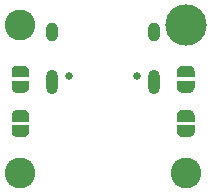
<source format=gbs>
G04 #@! TF.GenerationSoftware,KiCad,Pcbnew,(5.1.10-1-10_14)*
G04 #@! TF.CreationDate,2021-11-29T20:50:22+01:00*
G04 #@! TF.ProjectId,Unified-Daughterboard,556e6966-6965-4642-9d44-617567687465,C3*
G04 #@! TF.SameCoordinates,Original*
G04 #@! TF.FileFunction,Soldermask,Bot*
G04 #@! TF.FilePolarity,Negative*
%FSLAX46Y46*%
G04 Gerber Fmt 4.6, Leading zero omitted, Abs format (unit mm)*
G04 Created by KiCad (PCBNEW (5.1.10-1-10_14)) date 2021-11-29 20:50:22*
%MOMM*%
%LPD*%
G01*
G04 APERTURE LIST*
%ADD10C,2.600000*%
%ADD11C,3.500000*%
%ADD12O,1.000000X1.600000*%
%ADD13C,0.650000*%
%ADD14O,1.000000X2.100000*%
%ADD15C,0.100000*%
G04 APERTURE END LIST*
D10*
X82004500Y-71043000D03*
X68004500Y-71043000D03*
D11*
X82004500Y-58543000D03*
D10*
X68004500Y-58543000D03*
D12*
X70677500Y-59143000D03*
D13*
X72107500Y-62793000D03*
D12*
X79317500Y-59143000D03*
D13*
X77887500Y-62793000D03*
D14*
X79317500Y-63323000D03*
X70677500Y-63323000D03*
D15*
G36*
X81252500Y-62943000D02*
G01*
X81252500Y-62443000D01*
X81253102Y-62443000D01*
X81253102Y-62418466D01*
X81257912Y-62369635D01*
X81267484Y-62321510D01*
X81281728Y-62274555D01*
X81300505Y-62229222D01*
X81323636Y-62185949D01*
X81350896Y-62145150D01*
X81382024Y-62107221D01*
X81416721Y-62072524D01*
X81454650Y-62041396D01*
X81495449Y-62014136D01*
X81538722Y-61991005D01*
X81584055Y-61972228D01*
X81631010Y-61957984D01*
X81679135Y-61948412D01*
X81727966Y-61943602D01*
X81752500Y-61943602D01*
X81752500Y-61943000D01*
X82252500Y-61943000D01*
X82252500Y-61943602D01*
X82277034Y-61943602D01*
X82325865Y-61948412D01*
X82373990Y-61957984D01*
X82420945Y-61972228D01*
X82466278Y-61991005D01*
X82509551Y-62014136D01*
X82550350Y-62041396D01*
X82588279Y-62072524D01*
X82622976Y-62107221D01*
X82654104Y-62145150D01*
X82681364Y-62185949D01*
X82704495Y-62229222D01*
X82723272Y-62274555D01*
X82737516Y-62321510D01*
X82747088Y-62369635D01*
X82751898Y-62418466D01*
X82751898Y-62443000D01*
X82752500Y-62443000D01*
X82752500Y-62943000D01*
X81252500Y-62943000D01*
G37*
G36*
X82751898Y-63743000D02*
G01*
X82751898Y-63767534D01*
X82747088Y-63816365D01*
X82737516Y-63864490D01*
X82723272Y-63911445D01*
X82704495Y-63956778D01*
X82681364Y-64000051D01*
X82654104Y-64040850D01*
X82622976Y-64078779D01*
X82588279Y-64113476D01*
X82550350Y-64144604D01*
X82509551Y-64171864D01*
X82466278Y-64194995D01*
X82420945Y-64213772D01*
X82373990Y-64228016D01*
X82325865Y-64237588D01*
X82277034Y-64242398D01*
X82252500Y-64242398D01*
X82252500Y-64243000D01*
X81752500Y-64243000D01*
X81752500Y-64242398D01*
X81727966Y-64242398D01*
X81679135Y-64237588D01*
X81631010Y-64228016D01*
X81584055Y-64213772D01*
X81538722Y-64194995D01*
X81495449Y-64171864D01*
X81454650Y-64144604D01*
X81416721Y-64113476D01*
X81382024Y-64078779D01*
X81350896Y-64040850D01*
X81323636Y-64000051D01*
X81300505Y-63956778D01*
X81281728Y-63911445D01*
X81267484Y-63864490D01*
X81257912Y-63816365D01*
X81253102Y-63767534D01*
X81253102Y-63743000D01*
X81252500Y-63743000D01*
X81252500Y-63243000D01*
X82752500Y-63243000D01*
X82752500Y-63743000D01*
X82751898Y-63743000D01*
G37*
G36*
X67253102Y-66193000D02*
G01*
X67253102Y-66168466D01*
X67257912Y-66119635D01*
X67267484Y-66071510D01*
X67281728Y-66024555D01*
X67300505Y-65979222D01*
X67323636Y-65935949D01*
X67350896Y-65895150D01*
X67382024Y-65857221D01*
X67416721Y-65822524D01*
X67454650Y-65791396D01*
X67495449Y-65764136D01*
X67538722Y-65741005D01*
X67584055Y-65722228D01*
X67631010Y-65707984D01*
X67679135Y-65698412D01*
X67727966Y-65693602D01*
X67752500Y-65693602D01*
X67752500Y-65693000D01*
X68252500Y-65693000D01*
X68252500Y-65693602D01*
X68277034Y-65693602D01*
X68325865Y-65698412D01*
X68373990Y-65707984D01*
X68420945Y-65722228D01*
X68466278Y-65741005D01*
X68509551Y-65764136D01*
X68550350Y-65791396D01*
X68588279Y-65822524D01*
X68622976Y-65857221D01*
X68654104Y-65895150D01*
X68681364Y-65935949D01*
X68704495Y-65979222D01*
X68723272Y-66024555D01*
X68737516Y-66071510D01*
X68747088Y-66119635D01*
X68751898Y-66168466D01*
X68751898Y-66193000D01*
X68752500Y-66193000D01*
X68752500Y-66693000D01*
X67252500Y-66693000D01*
X67252500Y-66193000D01*
X67253102Y-66193000D01*
G37*
G36*
X68752500Y-66993000D02*
G01*
X68752500Y-67493000D01*
X68751898Y-67493000D01*
X68751898Y-67517534D01*
X68747088Y-67566365D01*
X68737516Y-67614490D01*
X68723272Y-67661445D01*
X68704495Y-67706778D01*
X68681364Y-67750051D01*
X68654104Y-67790850D01*
X68622976Y-67828779D01*
X68588279Y-67863476D01*
X68550350Y-67894604D01*
X68509551Y-67921864D01*
X68466278Y-67944995D01*
X68420945Y-67963772D01*
X68373990Y-67978016D01*
X68325865Y-67987588D01*
X68277034Y-67992398D01*
X68252500Y-67992398D01*
X68252500Y-67993000D01*
X67752500Y-67993000D01*
X67752500Y-67992398D01*
X67727966Y-67992398D01*
X67679135Y-67987588D01*
X67631010Y-67978016D01*
X67584055Y-67963772D01*
X67538722Y-67944995D01*
X67495449Y-67921864D01*
X67454650Y-67894604D01*
X67416721Y-67863476D01*
X67382024Y-67828779D01*
X67350896Y-67790850D01*
X67323636Y-67750051D01*
X67300505Y-67706778D01*
X67281728Y-67661445D01*
X67267484Y-67614490D01*
X67257912Y-67566365D01*
X67253102Y-67517534D01*
X67253102Y-67493000D01*
X67252500Y-67493000D01*
X67252500Y-66993000D01*
X68752500Y-66993000D01*
G37*
G36*
X68752500Y-63243000D02*
G01*
X68752500Y-63743000D01*
X68751898Y-63743000D01*
X68751898Y-63767534D01*
X68747088Y-63816365D01*
X68737516Y-63864490D01*
X68723272Y-63911445D01*
X68704495Y-63956778D01*
X68681364Y-64000051D01*
X68654104Y-64040850D01*
X68622976Y-64078779D01*
X68588279Y-64113476D01*
X68550350Y-64144604D01*
X68509551Y-64171864D01*
X68466278Y-64194995D01*
X68420945Y-64213772D01*
X68373990Y-64228016D01*
X68325865Y-64237588D01*
X68277034Y-64242398D01*
X68252500Y-64242398D01*
X68252500Y-64243000D01*
X67752500Y-64243000D01*
X67752500Y-64242398D01*
X67727966Y-64242398D01*
X67679135Y-64237588D01*
X67631010Y-64228016D01*
X67584055Y-64213772D01*
X67538722Y-64194995D01*
X67495449Y-64171864D01*
X67454650Y-64144604D01*
X67416721Y-64113476D01*
X67382024Y-64078779D01*
X67350896Y-64040850D01*
X67323636Y-64000051D01*
X67300505Y-63956778D01*
X67281728Y-63911445D01*
X67267484Y-63864490D01*
X67257912Y-63816365D01*
X67253102Y-63767534D01*
X67253102Y-63743000D01*
X67252500Y-63743000D01*
X67252500Y-63243000D01*
X68752500Y-63243000D01*
G37*
G36*
X67253102Y-62443000D02*
G01*
X67253102Y-62418466D01*
X67257912Y-62369635D01*
X67267484Y-62321510D01*
X67281728Y-62274555D01*
X67300505Y-62229222D01*
X67323636Y-62185949D01*
X67350896Y-62145150D01*
X67382024Y-62107221D01*
X67416721Y-62072524D01*
X67454650Y-62041396D01*
X67495449Y-62014136D01*
X67538722Y-61991005D01*
X67584055Y-61972228D01*
X67631010Y-61957984D01*
X67679135Y-61948412D01*
X67727966Y-61943602D01*
X67752500Y-61943602D01*
X67752500Y-61943000D01*
X68252500Y-61943000D01*
X68252500Y-61943602D01*
X68277034Y-61943602D01*
X68325865Y-61948412D01*
X68373990Y-61957984D01*
X68420945Y-61972228D01*
X68466278Y-61991005D01*
X68509551Y-62014136D01*
X68550350Y-62041396D01*
X68588279Y-62072524D01*
X68622976Y-62107221D01*
X68654104Y-62145150D01*
X68681364Y-62185949D01*
X68704495Y-62229222D01*
X68723272Y-62274555D01*
X68737516Y-62321510D01*
X68747088Y-62369635D01*
X68751898Y-62418466D01*
X68751898Y-62443000D01*
X68752500Y-62443000D01*
X68752500Y-62943000D01*
X67252500Y-62943000D01*
X67252500Y-62443000D01*
X67253102Y-62443000D01*
G37*
G36*
X81253102Y-66193000D02*
G01*
X81253102Y-66168466D01*
X81257912Y-66119635D01*
X81267484Y-66071510D01*
X81281728Y-66024555D01*
X81300505Y-65979222D01*
X81323636Y-65935949D01*
X81350896Y-65895150D01*
X81382024Y-65857221D01*
X81416721Y-65822524D01*
X81454650Y-65791396D01*
X81495449Y-65764136D01*
X81538722Y-65741005D01*
X81584055Y-65722228D01*
X81631010Y-65707984D01*
X81679135Y-65698412D01*
X81727966Y-65693602D01*
X81752500Y-65693602D01*
X81752500Y-65693000D01*
X82252500Y-65693000D01*
X82252500Y-65693602D01*
X82277034Y-65693602D01*
X82325865Y-65698412D01*
X82373990Y-65707984D01*
X82420945Y-65722228D01*
X82466278Y-65741005D01*
X82509551Y-65764136D01*
X82550350Y-65791396D01*
X82588279Y-65822524D01*
X82622976Y-65857221D01*
X82654104Y-65895150D01*
X82681364Y-65935949D01*
X82704495Y-65979222D01*
X82723272Y-66024555D01*
X82737516Y-66071510D01*
X82747088Y-66119635D01*
X82751898Y-66168466D01*
X82751898Y-66193000D01*
X82752500Y-66193000D01*
X82752500Y-66693000D01*
X81252500Y-66693000D01*
X81252500Y-66193000D01*
X81253102Y-66193000D01*
G37*
G36*
X82752500Y-66993000D02*
G01*
X82752500Y-67493000D01*
X82751898Y-67493000D01*
X82751898Y-67517534D01*
X82747088Y-67566365D01*
X82737516Y-67614490D01*
X82723272Y-67661445D01*
X82704495Y-67706778D01*
X82681364Y-67750051D01*
X82654104Y-67790850D01*
X82622976Y-67828779D01*
X82588279Y-67863476D01*
X82550350Y-67894604D01*
X82509551Y-67921864D01*
X82466278Y-67944995D01*
X82420945Y-67963772D01*
X82373990Y-67978016D01*
X82325865Y-67987588D01*
X82277034Y-67992398D01*
X82252500Y-67992398D01*
X82252500Y-67993000D01*
X81752500Y-67993000D01*
X81752500Y-67992398D01*
X81727966Y-67992398D01*
X81679135Y-67987588D01*
X81631010Y-67978016D01*
X81584055Y-67963772D01*
X81538722Y-67944995D01*
X81495449Y-67921864D01*
X81454650Y-67894604D01*
X81416721Y-67863476D01*
X81382024Y-67828779D01*
X81350896Y-67790850D01*
X81323636Y-67750051D01*
X81300505Y-67706778D01*
X81281728Y-67661445D01*
X81267484Y-67614490D01*
X81257912Y-67566365D01*
X81253102Y-67517534D01*
X81253102Y-67493000D01*
X81252500Y-67493000D01*
X81252500Y-66993000D01*
X82752500Y-66993000D01*
G37*
M02*

</source>
